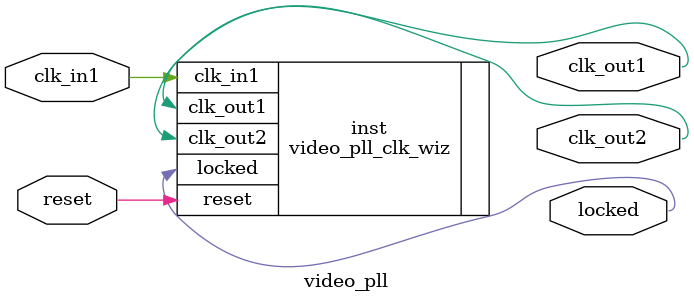
<source format=v>


`timescale 1ps/1ps

(* CORE_GENERATION_INFO = "video_pll,clk_wiz_v6_0_5_0_0,{component_name=video_pll,use_phase_alignment=false,use_min_o_jitter=false,use_max_i_jitter=false,use_dyn_phase_shift=false,use_inclk_switchover=false,use_dyn_reconfig=false,enable_axi=0,feedback_source=FDBK_AUTO,PRIMITIVE=MMCM,num_out_clk=2,clkin1_period=40.000,clkin2_period=10.0,use_power_down=false,use_reset=true,use_locked=true,use_inclk_stopped=false,feedback_type=SINGLE,CLOCK_MGR_TYPE=NA,manual_override=false}" *)

module video_pll 
 (
  // Clock out ports
  output        clk_out1,
  output        clk_out2,
  // Status and control signals
  input         reset,
  output        locked,
 // Clock in ports
  input         clk_in1
 );

  video_pll_clk_wiz inst
  (
  // Clock out ports  
  .clk_out1(clk_out1),
  .clk_out2(clk_out2),
  // Status and control signals               
  .reset(reset), 
  .locked(locked),
 // Clock in ports
  .clk_in1(clk_in1)
  );

endmodule

</source>
